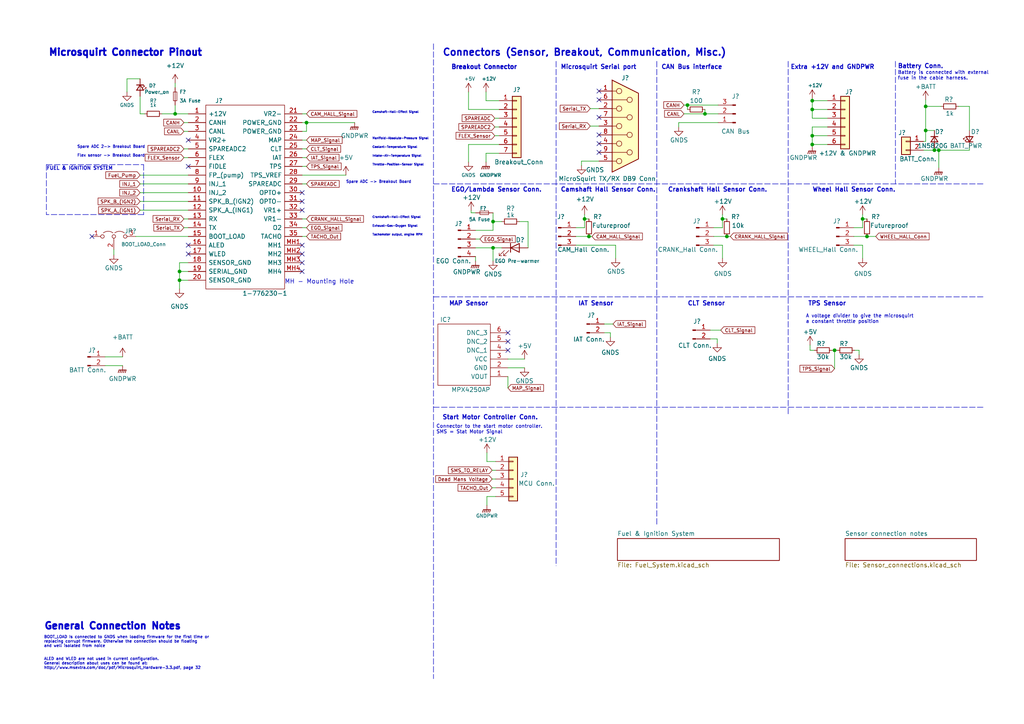
<source format=kicad_sch>
(kicad_sch (version 20211123) (generator eeschema)
  (paper "A4")
  (lib_symbols
    (symbol "Connector:Conn_01x02_Male" (pin_names (offset 1.016) hide)
      (property "Reference" "J" (at 0 2.54 0))
      (property "Value" "Conn_01x02_Male" (at 0 -5.08 0))
      (symbol "Conn_01x02_Male_1_1"
        (polyline (pts (xy 1.27 -2.54) (xy 0.8636 -2.54)) (stroke (width 0.1524)))
        (polyline (pts (xy 1.27 0) (xy 0.8636 0)) (stroke (width 0.1524)))
        (rectangle (start 0.8636 -2.413) (end 0 -2.667) (stroke (width 0.1524)) (fill (type outline)))
        (rectangle (start 0.8636 0.127) (end 0 -0.127) (stroke (width 0.1524)) (fill (type outline)))
        (pin passive line (at 5.08 0 180) (length 3.81) (name "Pin_1") (number "1"))
        (pin passive line (at 5.08 -2.54 180) (length 3.81) (name "Pin_2") (number "2"))
      )
    )
    (symbol "Connector:Conn_01x03_Male" (pin_names (offset 1.016) hide)
      (property "Reference" "J" (at 0 5.08 0))
      (property "Value" "Conn_01x03_Male" (at 0 -5.08 0))
      (symbol "Conn_01x03_Male_1_1"
        (polyline (pts (xy 1.27 -2.54) (xy 0.8636 -2.54)) (stroke (width 0.1524)))
        (polyline (pts (xy 1.27 0) (xy 0.8636 0)) (stroke (width 0.1524)))
        (polyline (pts (xy 1.27 2.54) (xy 0.8636 2.54)) (stroke (width 0.1524)))
        (rectangle (start 0.8636 -2.413) (end 0 -2.667) (stroke (width 0.1524)) (fill (type outline)))
        (rectangle (start 0.8636 0.127) (end 0 -0.127) (stroke (width 0.1524)) (fill (type outline)))
        (rectangle (start 0.8636 2.667) (end 0 2.413) (stroke (width 0.1524)) (fill (type outline)))
        (pin passive line (at 5.08 2.54 180) (length 3.81) (name "Pin_1") (number "1"))
        (pin passive line (at 5.08 0 180) (length 3.81) (name "Pin_2") (number "2"))
        (pin passive line (at 5.08 -2.54 180) (length 3.81) (name "Pin_3") (number "3"))
      )
    )
    (symbol "Connector:Conn_01x04_Male" (pin_names (offset 1.016) hide)
      (property "Reference" "J" (at 0 5.08 0))
      (property "Value" "Conn_01x04_Male" (at 0 -7.62 0))
      (symbol "Conn_01x04_Male_1_1"
        (polyline (pts (xy 1.27 -5.08) (xy 0.8636 -5.08)) (stroke (width 0.1524)))
        (polyline (pts (xy 1.27 -2.54) (xy 0.8636 -2.54)) (stroke (width 0.1524)))
        (polyline (pts (xy 1.27 0) (xy 0.8636 0)) (stroke (width 0.1524)))
        (polyline (pts (xy 1.27 2.54) (xy 0.8636 2.54)) (stroke (width 0.1524)))
        (rectangle (start 0.8636 -4.953) (end 0 -5.207) (stroke (width 0.1524)) (fill (type outline)))
        (rectangle (start 0.8636 -2.413) (end 0 -2.667) (stroke (width 0.1524)) (fill (type outline)))
        (rectangle (start 0.8636 0.127) (end 0 -0.127) (stroke (width 0.1524)) (fill (type outline)))
        (rectangle (start 0.8636 2.667) (end 0 2.413) (stroke (width 0.1524)) (fill (type outline)))
        (pin passive line (at 5.08 2.54 180) (length 3.81) (name "Pin_1") (number "1"))
        (pin passive line (at 5.08 0 180) (length 3.81) (name "Pin_2") (number "2"))
        (pin passive line (at 5.08 -2.54 180) (length 3.81) (name "Pin_3") (number "3"))
        (pin passive line (at 5.08 -5.08 180) (length 3.81) (name "Pin_4") (number "4"))
      )
    )
    (symbol "Connector:DB9_Female" (pin_names (offset 1.016) hide)
      (property "Reference" "J" (at 0 13.97 0))
      (property "Value" "DB9_Female" (at 0 -14.605 0))
      (symbol "DB9_Female_0_1"
        (circle (center -1.778 -10.16) (radius 0.762))
        (circle (center -1.778 -5.08) (radius 0.762))
        (circle (center -1.778 0) (radius 0.762))
        (circle (center -1.778 5.08) (radius 0.762))
        (circle (center -1.778 10.16) (radius 0.762))
        (polyline (pts (xy -3.81 -10.16) (xy -2.54 -10.16)))
        (polyline (pts (xy -3.81 -7.62) (xy 0.508 -7.62)))
        (polyline (pts (xy -3.81 -5.08) (xy -2.54 -5.08)))
        (polyline (pts (xy -3.81 -2.54) (xy 0.508 -2.54)))
        (polyline (pts (xy -3.81 0) (xy -2.54 0)))
        (polyline (pts (xy -3.81 2.54) (xy 0.508 2.54)))
        (polyline (pts (xy -3.81 5.08) (xy -2.54 5.08)))
        (polyline (pts (xy -3.81 7.62) (xy 0.508 7.62)))
        (polyline (pts (xy -3.81 10.16) (xy -2.54 10.16)))
        (polyline (pts (xy -3.81 13.335) (xy -3.81 -13.335) (xy 3.81 -9.525) (xy 3.81 9.525) (xy -3.81 13.335)) (stroke (width 0.254)) (fill (type background)))
        (circle (center 1.27 -7.62) (radius 0.762))
        (circle (center 1.27 -2.54) (radius 0.762))
        (circle (center 1.27 2.54) (radius 0.762))
        (circle (center 1.27 7.62) (radius 0.762))
      )
      (symbol "DB9_Female_1_1"
        (pin passive line (at -7.62 10.16 0) (length 3.81) (name "1") (number "1"))
        (pin passive line (at -7.62 5.08 0) (length 3.81) (name "2") (number "2"))
        (pin passive line (at -7.62 0 0) (length 3.81) (name "3") (number "3"))
        (pin passive line (at -7.62 -5.08 0) (length 3.81) (name "4") (number "4"))
        (pin passive line (at -7.62 -10.16 0) (length 3.81) (name "5") (number "5"))
        (pin passive line (at -7.62 7.62 0) (length 3.81) (name "6") (number "6"))
        (pin passive line (at -7.62 2.54 0) (length 3.81) (name "7") (number "7"))
        (pin passive line (at -7.62 -2.54 0) (length 3.81) (name "8") (number "8"))
        (pin passive line (at -7.62 -7.62 0) (length 3.81) (name "9") (number "9"))
      )
    )
    (symbol "Connector_Generic:Conn_01x02" (pin_names (offset 1.016) hide)
      (property "Reference" "J" (at 0 2.54 0))
      (property "Value" "Conn_01x02" (at 0 -5.08 0))
      (symbol "Conn_01x02_1_1"
        (rectangle (start -1.27 -2.413) (end 0 -2.667) (stroke (width 0.1524)))
        (rectangle (start -1.27 0.127) (end 0 -0.127) (stroke (width 0.1524)))
        (rectangle (start -1.27 1.27) (end 1.27 -3.81) (stroke (width 0.254)) (fill (type background)))
        (pin passive line (at -5.08 0 0) (length 3.81) (name "Pin_1") (number "1"))
        (pin passive line (at -5.08 -2.54 0) (length 3.81) (name "Pin_2") (number "2"))
      )
    )
    (symbol "Connector_Generic:Conn_01x05" (pin_names (offset 1.016) hide)
      (property "Reference" "J" (at 0 7.62 0))
      (property "Value" "Conn_01x05" (at 0 -7.62 0))
      (symbol "Conn_01x05_1_1"
        (rectangle (start -1.27 -4.953) (end 0 -5.207) (stroke (width 0.1524)))
        (rectangle (start -1.27 -2.413) (end 0 -2.667) (stroke (width 0.1524)))
        (rectangle (start -1.27 0.127) (end 0 -0.127) (stroke (width 0.1524)))
        (rectangle (start -1.27 2.667) (end 0 2.413) (stroke (width 0.1524)))
        (rectangle (start -1.27 5.207) (end 0 4.953) (stroke (width 0.1524)))
        (rectangle (start -1.27 6.35) (end 1.27 -6.35) (stroke (width 0.254)) (fill (type background)))
        (pin passive line (at -5.08 5.08 0) (length 3.81) (name "Pin_1") (number "1"))
        (pin passive line (at -5.08 2.54 0) (length 3.81) (name "Pin_2") (number "2"))
        (pin passive line (at -5.08 0 0) (length 3.81) (name "Pin_3") (number "3"))
        (pin passive line (at -5.08 -2.54 0) (length 3.81) (name "Pin_4") (number "4"))
        (pin passive line (at -5.08 -5.08 0) (length 3.81) (name "Pin_5") (number "5"))
      )
    )
    (symbol "Connector_Generic:Conn_01x06" (pin_names (offset 1.016) hide)
      (property "Reference" "J" (at 0 7.62 0))
      (property "Value" "Conn_01x06" (at 0 -10.16 0))
      (symbol "Conn_01x06_1_1"
        (rectangle (start -1.27 -7.493) (end 0 -7.747) (stroke (width 0.1524)))
        (rectangle (start -1.27 -4.953) (end 0 -5.207) (stroke (width 0.1524)))
        (rectangle (start -1.27 -2.413) (end 0 -2.667) (stroke (width 0.1524)))
        (rectangle (start -1.27 0.127) (end 0 -0.127) (stroke (width 0.1524)))
        (rectangle (start -1.27 2.667) (end 0 2.413) (stroke (width 0.1524)))
        (rectangle (start -1.27 5.207) (end 0 4.953) (stroke (width 0.1524)))
        (rectangle (start -1.27 6.35) (end 1.27 -8.89) (stroke (width 0.254)) (fill (type background)))
        (pin passive line (at -5.08 5.08 0) (length 3.81) (name "Pin_1") (number "1"))
        (pin passive line (at -5.08 2.54 0) (length 3.81) (name "Pin_2") (number "2"))
        (pin passive line (at -5.08 0 0) (length 3.81) (name "Pin_3") (number "3"))
        (pin passive line (at -5.08 -2.54 0) (length 3.81) (name "Pin_4") (number "4"))
        (pin passive line (at -5.08 -5.08 0) (length 3.81) (name "Pin_5") (number "5"))
        (pin passive line (at -5.08 -7.62 0) (length 3.81) (name "Pin_6") (number "6"))
      )
    )
    (symbol "Connector_Generic:Conn_01x07" (pin_names (offset 1.016) hide)
      (property "Reference" "J" (at 0 10.16 0))
      (property "Value" "Conn_01x07" (at 0 -10.16 0))
      (symbol "Conn_01x07_1_1"
        (rectangle (start -1.27 -7.493) (end 0 -7.747) (stroke (width 0.1524)))
        (rectangle (start -1.27 -4.953) (end 0 -5.207) (stroke (width 0.1524)))
        (rectangle (start -1.27 -2.413) (end 0 -2.667) (stroke (width 0.1524)))
        (rectangle (start -1.27 0.127) (end 0 -0.127) (stroke (width 0.1524)))
        (rectangle (start -1.27 2.667) (end 0 2.413) (stroke (width 0.1524)))
        (rectangle (start -1.27 5.207) (end 0 4.953) (stroke (width 0.1524)))
        (rectangle (start -1.27 7.747) (end 0 7.493) (stroke (width 0.1524)))
        (rectangle (start -1.27 8.89) (end 1.27 -8.89) (stroke (width 0.254)) (fill (type background)))
        (pin passive line (at -5.08 7.62 0) (length 3.81) (name "Pin_1") (number "1"))
        (pin passive line (at -5.08 5.08 0) (length 3.81) (name "Pin_2") (number "2"))
        (pin passive line (at -5.08 2.54 0) (length 3.81) (name "Pin_3") (number "3"))
        (pin passive line (at -5.08 0 0) (length 3.81) (name "Pin_4") (number "4"))
        (pin passive line (at -5.08 -2.54 0) (length 3.81) (name "Pin_5") (number "5"))
        (pin passive line (at -5.08 -5.08 0) (length 3.81) (name "Pin_6") (number "6"))
        (pin passive line (at -5.08 -7.62 0) (length 3.81) (name "Pin_7") (number "7"))
      )
    )
    (symbol "Device:D_Small" (pin_numbers hide) (pin_names (offset 0.254) hide)
      (property "Reference" "D" (at -1.27 2.032 0))
      (property "Value" "D_Small" (at -3.81 -2.032 0))
      (symbol "D_Small_0_1"
        (polyline (pts (xy -0.762 -1.016) (xy -0.762 1.016)) (stroke (width 0.254)))
        (polyline (pts (xy -0.762 0) (xy 0.762 0)))
        (polyline (pts (xy 0.762 -1.016) (xy -0.762 0) (xy 0.762 1.016) (xy 0.762 -1.016)) (stroke (width 0.254)))
      )
      (symbol "D_Small_1_1"
        (pin passive line (at -2.54 0 0) (length 1.778) (name "K") (number "1"))
        (pin passive line (at 2.54 0 180) (length 1.778) (name "A") (number "2"))
      )
    )
    (symbol "Device:Fuse_Small" (pin_numbers hide) (pin_names (offset 0.254) hide)
      (property "Reference" "F" (at 0 -1.524 0))
      (property "Value" "Fuse_Small" (at 0 1.524 0))
      (symbol "Fuse_Small_0_1"
        (rectangle (start -1.27 0.508) (end 1.27 -0.508))
        (polyline (pts (xy -1.27 0) (xy 1.27 0)))
      )
      (symbol "Fuse_Small_1_1"
        (pin passive line (at -2.54 0 0) (length 1.27) (name "~") (number "1"))
        (pin passive line (at 2.54 0 180) (length 1.27) (name "~") (number "2"))
      )
    )
    (symbol "Device:LED" (pin_numbers hide) (pin_names (offset 1.016) hide)
      (property "Reference" "D" (at 0 2.54 0))
      (property "Value" "LED" (at 0 -2.54 0))
      (symbol "LED_0_1"
        (polyline (pts (xy -1.27 -1.27) (xy -1.27 1.27)) (stroke (width 0.254)))
        (polyline (pts (xy -1.27 0) (xy 1.27 0)))
        (polyline (pts (xy 1.27 -1.27) (xy 1.27 1.27) (xy -1.27 0) (xy 1.27 -1.27)) (stroke (width 0.254)))
        (polyline (pts (xy -3.048 -0.762) (xy -4.572 -2.286) (xy -3.81 -2.286) (xy -4.572 -2.286) (xy -4.572 -1.524)))
        (polyline (pts (xy -1.778 -0.762) (xy -3.302 -2.286) (xy -2.54 -2.286) (xy -3.302 -2.286) (xy -3.302 -1.524)))
      )
      (symbol "LED_1_1"
        (pin passive line (at -3.81 0 0) (length 2.54) (name "K") (number "1"))
        (pin passive line (at 3.81 0 180) (length 2.54) (name "A") (number "2"))
      )
    )
    (symbol "Device:LED_Small" (pin_numbers hide) (pin_names (offset 0.254) hide)
      (property "Reference" "D" (at -1.27 3.175 0))
      (property "Value" "LED_Small" (at -4.445 -2.54 0))
      (symbol "LED_Small_0_1"
        (polyline (pts (xy -0.762 -1.016) (xy -0.762 1.016)) (stroke (width 0.254)))
        (polyline (pts (xy 1.016 0) (xy -0.762 0)))
        (polyline (pts (xy 0.762 -1.016) (xy -0.762 0) (xy 0.762 1.016) (xy 0.762 -1.016)) (stroke (width 0.254)))
        (polyline (pts (xy 0 0.762) (xy -0.508 1.27) (xy -0.254 1.27) (xy -0.508 1.27) (xy -0.508 1.016)))
        (polyline (pts (xy 0.508 1.27) (xy 0 1.778) (xy 0.254 1.778) (xy 0 1.778) (xy 0 1.524)))
      )
      (symbol "LED_Small_1_1"
        (pin passive line (at -2.54 0 0) (length 1.778) (name "K") (number "1"))
        (pin passive line (at 2.54 0 180) (length 1.778) (name "A") (number "2"))
      )
    )
    (symbol "Device:R_Small" (pin_numbers hide) (pin_names (offset 0.254) hide)
      (property "Reference" "R" (at 0.762 0.508 0))
      (property "Value" "R_Small" (at 0.762 -1.016 0))
      (symbol "R_Small_0_1"
        (rectangle (start -0.762 1.778) (end 0.762 -1.778) (stroke (width 0.2032)))
      )
      (symbol "R_Small_1_1"
        (pin passive line (at 0 2.54 270) (length 0.762) (name "~") (number "1"))
        (pin passive line (at 0 -2.54 90) (length 0.762) (name "~") (number "2"))
      )
    )
    (symbol "Jumper:Jumper_3_Open" (pin_names (offset 0) hide)
      (property "Reference" "JP" (at -2.54 -2.54 0))
      (property "Value" "Jumper_3_Open" (at 0 2.794 0))
      (symbol "Jumper_3_Open_0_0"
        (circle (center -3.302 0) (radius 0.508))
        (circle (center 0 0) (radius 0.508))
        (circle (center 3.302 0) (radius 0.508))
      )
      (symbol "Jumper_3_Open_0_1"
        (arc (start -0.254 1.016) (mid -1.651 1.4992) (end -3.048 1.016))
        (polyline (pts (xy 0 -0.508) (xy 0 -1.27)))
        (arc (start 3.048 1.016) (mid 1.651 1.4992) (end 0.254 1.016))
      )
      (symbol "Jumper_3_Open_1_1"
        (pin passive line (at -6.35 0 0) (length 2.54) (name "A") (number "1"))
        (pin passive line (at 0 -3.81 90) (length 2.54) (name "C") (number "2"))
        (pin passive line (at 6.35 0 180) (length 2.54) (name "B") (number "3"))
      )
    )
    (symbol "Vera ECU 2.0:1-776230-1" (pin_names (offset 0.762))
      (property "Reference" "J?" (at -7.62 25.4 0))
      (property "Value" "1-776230-1" (at 3.81 26.67 0))
      (symbol "1-776230-1_0_0"
        (pin passive line (at -16.51 21.59 0) (length 5.08) (name "+12V") (number "1"))
        (pin passive line (at -16.51 -1.27 0) (length 5.08) (name "INJ_2") (number "10"))
        (pin passive line (at -16.51 -3.81 0) (length 5.08) (name "SPK_B_(IGN2)") (number "11"))
        (pin passive line (at -16.51 -6.35 0) (length 5.08) (name "SPK_A_(ING1)") (number "12"))
        (pin passive line (at -16.51 -8.89 0) (length 5.08) (name "RX") (number "13"))
        (pin passive line (at -16.51 -11.43 0) (length 5.08) (name "TX") (number "14"))
        (pin passive line (at -16.51 -13.97 0) (length 5.08) (name "BOOT_LOAD") (number "15"))
        (pin passive line (at -16.51 -16.51 0) (length 5.08) (name "ALED") (number "16"))
        (pin passive line (at -16.51 -19.05 0) (length 5.08) (name "WLED") (number "17"))
        (pin passive line (at -16.51 -21.59 0) (length 5.08) (name "SENSOR_GND") (number "18"))
        (pin passive line (at -16.51 -24.13 0) (length 5.08) (name "SERIAL_GND") (number "19"))
        (pin passive line (at -16.51 19.05 0) (length 5.08) (name "CANH") (number "2"))
        (pin passive line (at -16.51 -26.67 0) (length 5.08) (name "SENSOR_GND") (number "20"))
        (pin passive line (at 16.51 21.59 180) (length 5.08) (name "VR2-") (number "21"))
        (pin passive line (at 16.51 19.05 180) (length 5.08) (name "POWER_GND") (number "22"))
        (pin passive line (at 16.51 16.51 180) (length 5.08) (name "POWER_GND") (number "23"))
        (pin passive line (at 16.51 13.97 180) (length 5.08) (name "MAP") (number "24"))
        (pin passive line (at 16.51 11.43 180) (length 5.08) (name "CLT") (number "25"))
        (pin passive line (at 16.51 8.89 180) (length 5.08) (name "IAT") (number "26"))
        (pin passive line (at 16.51 6.35 180) (length 5.08) (name "TPS") (number "27"))
        (pin passive line (at 16.51 3.81 180) (length 5.08) (name "TPS_VREF") (number "28"))
        (pin passive line (at 16.51 1.27 180) (length 5.08) (name "SPAREADC") (number "29"))
        (pin passive line (at -16.51 16.51 0) (length 5.08) (name "CANL") (number "3"))
        (pin passive line (at 16.51 -1.27 180) (length 5.08) (name "OPTO+") (number "30"))
        (pin passive line (at 16.51 -3.81 180) (length 5.08) (name "OPTO-") (number "31"))
        (pin passive line (at 16.51 -6.35 180) (length 5.08) (name "VR1+") (number "32"))
        (pin passive line (at 16.51 -8.89 180) (length 5.08) (name "VR1-") (number "33"))
        (pin passive line (at 16.51 -11.43 180) (length 5.08) (name "O2") (number "34"))
        (pin passive line (at 16.51 -13.97 180) (length 5.08) (name "TACHO") (number "35"))
        (pin passive line (at -16.51 13.97 0) (length 5.08) (name "VR2+") (number "4"))
        (pin passive line (at -16.51 11.43 0) (length 5.08) (name "SPAREADC2") (number "5"))
        (pin passive line (at -16.51 8.89 0) (length 5.08) (name "FLEX") (number "6"))
        (pin passive line (at -16.51 6.35 0) (length 5.08) (name "FIDLE") (number "7"))
        (pin passive line (at -16.51 3.81 0) (length 5.08) (name "FP_(pump)") (number "8"))
        (pin passive line (at -16.51 1.27 0) (length 5.08) (name "INJ_1") (number "9"))
        (pin passive line (at 16.51 -16.51 180) (length 5.08) (name "MH1") (number "MH1"))
        (pin passive line (at 16.51 -19.05 180) (length 5.08) (name "MH2") (number "MH2"))
        (pin passive line (at 16.51 -21.59 180) (length 5.08) (name "MH3") (number "MH3"))
        (pin passive line (at 16.51 -24.13 180) (length 5.08) (name "MH4") (number "MH4"))
      )
      (symbol "1-776230-1_0_1"
        (polyline (pts (xy -11.43 24.13) (xy 11.43 24.13) (xy 11.43 -29.21) (xy -11.43 -29.21) (xy -11.43 24.13)) (stroke (width 0.1524)))
      )
    )
    (symbol "Vera ECU 2.0:MPX4250AP" (pin_names (offset 0.762))
      (property "Reference" "IC" (at 21.59 7.62 0))
      (property "Value" "MPX4250AP" (at 21.59 5.08 0))
      (symbol "MPX4250AP_0_0"
        (pin passive line (at 0 0 0) (length 5.08) (name "VOUT") (number "1"))
        (pin passive line (at 0 -2.54 0) (length 5.08) (name "GND") (number "2"))
        (pin passive line (at 0 -5.08 0) (length 5.08) (name "VCC") (number "3"))
        (pin passive line (at 0 -7.62 0) (length 5.08) (name "DNC_1") (number "4"))
        (pin passive line (at 0 -10.16 0) (length 5.08) (name "DNC_2") (number "5"))
        (pin passive line (at 0 -12.7 0) (length 5.08) (name "DNC_3") (number "6"))
      )
      (symbol "MPX4250AP_0_1"
        (polyline (pts (xy 5.08 2.54) (xy 20.32 2.54) (xy 20.32 -15.24) (xy 5.08 -15.24) (xy 5.08 2.54)) (stroke (width 0.1524)))
      )
    )
    (symbol "power:+12V" (power) (pin_names (offset 0))
      (property "Value" "+12V" (at 0 3.556 0))
      (symbol "+12V_0_1"
        (polyline (pts (xy -0.762 1.27) (xy 0 2.54)))
        (polyline (pts (xy 0 0) (xy 0 2.54)))
        (polyline (pts (xy 0 2.54) (xy 0.762 1.27)))
      )
      (symbol "+12V_1_1"
        (pin power_in line (at 0 0 90) (length 0) hide (name "+12V") (number "1"))
      )
    )
    (symbol "power:+5V" (power) (pin_names (offset 0))
      (property "Value" "+5V" (at 0 3.556 0))
      (symbol "+5V_0_1"
        (polyline (pts (xy -0.762 1.27) (xy 0 2.54)))
        (polyline (pts (xy 0 0) (xy 0 2.54)))
        (polyline (pts (xy 0 2.54) (xy 0.762 1.27)))
      )
      (symbol "+5V_1_1"
        (pin power_in line (at 0 0 90) (length 0) hide (name "+5V") (number "1"))
      )
    )
    (symbol "power:+BATT" (power) (pin_names (offset 0))
      (property "Value" "+BATT" (at 0 3.556 0))
      (symbol "+BATT_0_1"
        (polyline (pts (xy -0.762 1.27) (xy 0 2.54)))
        (polyline (pts (xy 0 0) (xy 0 2.54)))
        (polyline (pts (xy 0 2.54) (xy 0.762 1.27)))
      )
      (symbol "+BATT_1_1"
        (pin power_in line (at 0 0 90) (length 0) hide (name "+BATT") (number "1"))
      )
    )
    (symbol "power:GNDPWR" (power) (pin_names (offset 0))
      (property "Value" "GNDPWR" (at 0 -3.302 0))
      (symbol "GNDPWR_0_1"
        (polyline (pts (xy 0 -1.27) (xy 0 0)))
        (polyline (pts (xy -1.016 -1.27) (xy -1.27 -2.032) (xy -1.27 -2.032)) (stroke (width 0.2032)))
        (polyline (pts (xy -0.508 -1.27) (xy -0.762 -2.032) (xy -0.762 -2.032)) (stroke (width 0.2032)))
        (polyline (pts (xy 0 -1.27) (xy -0.254 -2.032) (xy -0.254 -2.032)) (stroke (width 0.2032)))
        (polyline (pts (xy 0.508 -1.27) (xy 0.254 -2.032) (xy 0.254 -2.032)) (stroke (width 0.2032)))
        (polyline (pts (xy 1.016 -1.27) (xy -1.016 -1.27) (xy -1.016 -1.27)) (stroke (width 0.2032)))
        (polyline (pts (xy 1.016 -1.27) (xy 0.762 -2.032) (xy 0.762 -2.032) (xy 0.762 -2.032)) (stroke (width 0.2032)))
      )
      (symbol "GNDPWR_1_1"
        (pin power_in line (at 0 0 270) (length 0) hide (name "GNDPWR") (number "1"))
      )
    )
    (symbol "power:GNDS" (power) (pin_names (offset 0))
      (property "Value" "GNDS" (at 0 -3.81 0))
      (symbol "GNDS_0_1"
        (polyline (pts (xy 0 0) (xy 0 -1.27) (xy 1.27 -1.27) (xy 0 -2.54) (xy -1.27 -1.27) (xy 0 -1.27)))
      )
      (symbol "GNDS_1_1"
        (pin power_in line (at 0 0 270) (length 0) hide (name "GNDS") (number "1"))
      )
    )
  )
  (junction (at 250.19 63.5))
  (junction (at 268.478 30.861))
  (junction (at 143.002 71.882))
  (junction (at 199.39 30.48))
  (junction (at 52.07 81.28))
  (junction (at 272.288 43.561))
  (junction (at 242.062 101.6))
  (junction (at 170.815 68.58))
  (junction (at 143.002 64.262))
  (junction (at 88.9 35.56))
  (junction (at 251.46 68.58))
  (junction (at 210.82 68.58))
  (junction (at 169.545 63.5))
  (junction (at 209.55 63.5))
  (junction (at 268.478 37.846))
  (junction (at 235.585 41.91))
  (junction (at 50.8 33.02))
  (junction (at 52.07 78.74))
  (junction (at 235.585 39.37))
  (junction (at 271.018 43.561))
  (junction (at 235.585 31.75))
  (junction (at 235.585 29.21))
  (junction (at 204.47 33.02))
  (no_connect (at 87.63 55.88))
  (no_connect (at 26.67 68.58))
  (no_connect (at 54.61 71.12))
  (no_connect (at 147.32 101.6))
  (no_connect (at 87.63 58.42))
  (no_connect (at 87.63 78.74))
  (no_connect (at 173.736 39.116))
  (no_connect (at 147.32 99.06))
  (no_connect (at 54.61 40.64))
  (no_connect (at 173.736 41.656))
  (no_connect (at 173.736 26.416))
  (no_connect (at 87.63 73.66))
  (no_connect (at 173.736 28.956))
  (no_connect (at 87.63 60.96))
  (no_connect (at 87.63 71.12))
  (no_connect (at 147.32 96.52))
  (no_connect (at 54.61 48.26))
  (no_connect (at 54.61 73.66))
  (no_connect (at 173.736 34.036))
  (no_connect (at 173.736 44.196))
  (no_connect (at 87.63 76.2))
  (wire (pts (xy 208.28 30.48) (xy 199.39 30.48)))
  (wire (pts (xy 87.63 40.64) (xy 88.9 40.64)))
  (wire (pts (xy 168.656 46.736) (xy 168.656 48.006)))
  (wire (pts (xy 143.002 66.802) (xy 137.922 66.802)))
  (wire (pts (xy 153.162 71.882) (xy 153.162 64.262)))
  (wire (pts (xy 87.63 66.04) (xy 88.9 66.04)))
  (wire (pts (xy 53.34 45.72) (xy 54.61 45.72)))
  (wire (pts (xy 208.28 33.02) (xy 204.47 33.02)))
  (wire (pts (xy 268.478 28.956) (xy 268.478 30.861)))
  (wire (pts (xy 40.64 60.96) (xy 54.61 60.96)))
  (wire (pts (xy 242.062 101.6) (xy 242.062 106.934)))
  (wire (pts (xy 171.704 68.58) (xy 170.815 68.58)))
  (wire (pts (xy 173.736 31.496) (xy 171.196 31.496)))
  (wire (pts (xy 169.545 66.04) (xy 169.545 63.5)))
  (wire (pts (xy 205.994 95.758) (xy 209.042 95.758)))
  (wire (pts (xy 40.64 55.88) (xy 54.61 55.88)))
  (wire (pts (xy 235.585 31.75) (xy 240.03 31.75)))
  (wire (pts (xy 135.89 41.91) (xy 144.78 41.91)))
  (wire (pts (xy 240.03 36.83) (xy 235.585 36.83)))
  (polyline (pts (xy 125.73 86.106) (xy 285.115 86.106)))
  (polyline (pts (xy 190.5 17.78) (xy 190.5 152.4)))
  (wire (pts (xy 40.64 53.34) (xy 54.61 53.34)))
  (wire (pts (xy 173.736 36.576) (xy 171.196 36.576)))
  (wire (pts (xy 142.748 141.478) (xy 143.764 141.478)))
  (wire (pts (xy 145.542 71.882) (xy 143.002 71.882)))
  (wire (pts (xy 87.63 38.1) (xy 88.9 38.1)))
  (wire (pts (xy 142.748 138.938) (xy 143.764 138.938)))
  (wire (pts (xy 247.65 66.04) (xy 250.19 66.04)))
  (wire (pts (xy 268.478 30.861) (xy 272.923 30.861)))
  (wire (pts (xy 87.63 50.8) (xy 100.33 50.8)))
  (wire (pts (xy 52.07 81.28) (xy 52.07 78.74)))
  (wire (pts (xy 54.61 33.02) (xy 50.8 33.02)))
  (wire (pts (xy 147.32 109.22) (xy 147.32 112.522)))
  (wire (pts (xy 235.585 36.83) (xy 235.585 39.37)))
  (wire (pts (xy 268.478 37.846) (xy 268.478 41.021)))
  (wire (pts (xy 169.545 63.5) (xy 169.545 62.23)))
  (polyline (pts (xy 125.73 12.7) (xy 125.73 196.85)))
  (wire (pts (xy 235.585 29.21) (xy 235.585 31.75)))
  (wire (pts (xy 235.585 28.575) (xy 235.585 29.21)))
  (polyline (pts (xy 41.656 47.752) (xy 41.656 62.23)))
  (wire (pts (xy 251.46 68.58) (xy 254 68.58)))
  (wire (pts (xy 88.9 35.56) (xy 88.9 38.1)))
  (wire (pts (xy 52.07 78.74) (xy 54.61 78.74)))
  (wire (pts (xy 250.19 63.5) (xy 251.46 63.5)))
  (wire (pts (xy 167.005 71.12) (xy 178.562 71.12)))
  (wire (pts (xy 145.542 64.262) (xy 143.002 64.262)))
  (wire (pts (xy 140.97 46.99) (xy 140.97 44.45)))
  (polyline (pts (xy 161.29 17.78) (xy 161.29 164.084)))
  (wire (pts (xy 207.01 71.12) (xy 209.55 71.12)))
  (wire (pts (xy 272.288 43.561) (xy 272.288 48.641)))
  (wire (pts (xy 177.038 96.52) (xy 175.26 96.52)))
  (wire (pts (xy 50.8 33.02) (xy 50.8 30.48)))
  (wire (pts (xy 140.97 29.21) (xy 144.78 29.21)))
  (wire (pts (xy 87.63 45.72) (xy 88.9 45.72)))
  (wire (pts (xy 268.478 41.021) (xy 267.843 41.021)))
  (wire (pts (xy 210.82 68.58) (xy 207.01 68.58)))
  (polyline (pts (xy 125.73 53.34) (xy 285.115 53.34)))
  (wire (pts (xy 50.8 24.13) (xy 50.8 25.4)))
  (wire (pts (xy 268.478 30.861) (xy 268.478 37.846)))
  (wire (pts (xy 87.63 43.18) (xy 88.9 43.18)))
  (wire (pts (xy 207.01 66.04) (xy 209.55 66.04)))
  (wire (pts (xy 143.002 64.262) (xy 143.002 66.802)))
  (wire (pts (xy 175.26 93.98) (xy 177.8 93.98)))
  (wire (pts (xy 143.002 75.692) (xy 143.002 71.882)))
  (wire (pts (xy 87.63 53.34) (xy 88.9 53.34)))
  (wire (pts (xy 204.47 33.02) (xy 198.374 33.02)))
  (wire (pts (xy 167.005 66.04) (xy 169.545 66.04)))
  (wire (pts (xy 33.02 72.39) (xy 33.02 73.914)))
  (wire (pts (xy 170.815 68.58) (xy 167.005 68.58)))
  (wire (pts (xy 247.65 68.58) (xy 251.46 68.58)))
  (wire (pts (xy 250.19 63.5) (xy 250.19 66.04)))
  (wire (pts (xy 235.585 34.29) (xy 240.03 34.29)))
  (wire (pts (xy 135.89 31.75) (xy 135.89 26.67)))
  (wire (pts (xy 242.062 101.6) (xy 242.824 101.6)))
  (wire (pts (xy 87.63 33.02) (xy 88.9 33.02)))
  (wire (pts (xy 241.3 101.6) (xy 242.062 101.6)))
  (wire (pts (xy 281.178 42.926) (xy 281.178 43.561)))
  (wire (pts (xy 142.748 136.398) (xy 143.764 136.398)))
  (wire (pts (xy 143.002 71.882) (xy 137.922 71.882)))
  (wire (pts (xy 144.78 34.29) (xy 143.51 34.29)))
  (wire (pts (xy 52.07 76.2) (xy 54.61 76.2)))
  (wire (pts (xy 271.018 42.926) (xy 271.018 43.561)))
  (wire (pts (xy 199.39 30.48) (xy 198.374 30.48)))
  (wire (pts (xy 30.48 106.045) (xy 35.56 106.045)))
  (polyline (pts (xy 228.6 17.78) (xy 228.6 120.142)))
  (wire (pts (xy 87.63 48.26) (xy 88.9 48.26)))
  (wire (pts (xy 141.224 133.858) (xy 141.224 131.318)))
  (wire (pts (xy 235.585 29.21) (xy 240.03 29.21)))
  (wire (pts (xy 88.9 35.56) (xy 102.87 35.56)))
  (wire (pts (xy 87.63 68.58) (xy 88.9 68.58)))
  (wire (pts (xy 235.585 42.545) (xy 235.585 41.91)))
  (wire (pts (xy 204.47 33.02) (xy 204.47 31.75)))
  (wire (pts (xy 53.34 66.04) (xy 54.61 66.04)))
  (wire (pts (xy 52.07 81.28) (xy 54.61 81.28)))
  (wire (pts (xy 140.97 44.45) (xy 144.78 44.45)))
  (wire (pts (xy 209.55 63.5) (xy 209.55 62.23)))
  (wire (pts (xy 52.07 83.82) (xy 52.07 81.28)))
  (wire (pts (xy 53.34 35.56) (xy 54.61 35.56)))
  (polyline (pts (xy 125.73 118.11) (xy 285.115 118.11)))
  (wire (pts (xy 247.65 71.12) (xy 250.19 71.12)))
  (wire (pts (xy 249.174 102.87) (xy 249.174 101.6)))
  (wire (pts (xy 46.99 33.02) (xy 50.8 33.02)))
  (wire (pts (xy 144.78 36.83) (xy 143.51 36.83)))
  (wire (pts (xy 87.63 63.5) (xy 88.9 63.5)))
  (wire (pts (xy 199.39 31.75) (xy 199.39 30.48)))
  (wire (pts (xy 209.55 71.12) (xy 209.55 74.93)))
  (wire (pts (xy 271.018 43.561) (xy 272.288 43.561)))
  (wire (pts (xy 178.562 74.93) (xy 178.562 71.12)))
  (wire (pts (xy 150.622 64.262) (xy 153.162 64.262)))
  (wire (pts (xy 281.178 30.861) (xy 281.178 37.846)))
  (wire (pts (xy 135.89 46.99) (xy 135.89 41.91)))
  (wire (pts (xy 30.48 103.505) (xy 35.56 103.505)))
  (wire (pts (xy 147.32 106.68) (xy 152.146 106.68)))
  (wire (pts (xy 268.478 37.846) (xy 271.018 37.846)))
  (wire (pts (xy 52.07 78.74) (xy 52.07 76.2)))
  (polyline (pts (xy 13.462 47.752) (xy 13.462 62.23)))
  (wire (pts (xy 235.585 39.37) (xy 240.03 39.37)))
  (wire (pts (xy 144.78 39.37) (xy 143.51 39.37)))
  (wire (pts (xy 173.736 46.736) (xy 168.656 46.736)))
  (wire (pts (xy 141.224 146.558) (xy 141.224 144.018)))
  (wire (pts (xy 208.28 35.56) (xy 196.85 35.56)))
  (wire (pts (xy 209.55 63.5) (xy 210.82 63.5)))
  (wire (pts (xy 249.174 101.6) (xy 247.904 101.6)))
  (wire (pts (xy 143.002 61.722) (xy 143.002 64.262)))
  (polyline (pts (xy 41.656 62.23) (xy 13.462 62.23)))
  (wire (pts (xy 40.64 33.02) (xy 41.91 33.02)))
  (wire (pts (xy 208.026 98.298) (xy 205.994 98.298)))
  (wire (pts (xy 209.55 66.04) (xy 209.55 63.5)))
  (wire (pts (xy 144.78 31.75) (xy 135.89 31.75)))
  (wire (pts (xy 177.038 97.79) (xy 177.038 96.52)))
  (wire (pts (xy 87.63 35.56) (xy 88.9 35.56)))
  (wire (pts (xy 40.64 50.8) (xy 54.61 50.8)))
  (wire (pts (xy 39.37 68.58) (xy 54.61 68.58)))
  (wire (pts (xy 236.22 101.6) (xy 234.95 101.6)))
  (wire (pts (xy 278.003 30.861) (xy 281.178 30.861)))
  (wire (pts (xy 53.34 63.5) (xy 54.61 63.5)))
  (wire (pts (xy 137.922 74.422) (xy 137.922 75.692)))
  (wire (pts (xy 141.224 144.018) (xy 143.764 144.018)))
  (wire (pts (xy 139.192 69.342) (xy 137.922 69.342)))
  (wire (pts (xy 235.585 31.75) (xy 235.585 34.29)))
  (wire (pts (xy 211.836 68.58) (xy 210.82 68.58)))
  (wire (pts (xy 140.97 26.67) (xy 140.97 29.21)))
  (wire (pts (xy 40.64 58.42) (xy 54.61 58.42)))
  (wire (pts (xy 143.764 133.858) (xy 141.224 133.858)))
  (wire (pts (xy 36.83 22.86) (xy 40.64 22.86)))
  (wire (pts (xy 169.545 63.5) (xy 170.815 63.5)))
  (wire (pts (xy 147.32 104.14) (xy 152.146 104.14)))
  (polyline (pts (xy 13.462 47.752) (xy 41.656 47.752)))
  (wire (pts (xy 136.652 61.722) (xy 137.922 61.722)))
  (wire (pts (xy 235.585 39.37) (xy 235.585 41.91)))
  (wire (pts (xy 40.64 27.94) (xy 40.64 33.02)))
  (wire (pts (xy 208.026 99.568) (xy 208.026 98.298)))
  (wire (pts (xy 281.178 43.561) (xy 272.288 43.561)))
  (wire (pts (xy 36.83 26.67) (xy 36.83 22.86)))
  (wire (pts (xy 250.19 62.23) (xy 250.19 63.5)))
  (polyline (pts (xy 259.715 17.78) (xy 259.715 53.34)))
  (wire (pts (xy 53.34 43.18) (xy 54.61 43.18)))
  (wire (pts (xy 267.843 43.561) (xy 271.018 43.561)))
  (wire (pts (xy 136.652 61.087) (xy 136.652 61.722)))
  (wire (pts (xy 196.85 35.56) (xy 196.85 36.83)))
  (wire (pts (xy 234.95 101.6) (xy 234.95 100.076)))
  (wire (pts (xy 250.19 71.12) (xy 250.19 74.93)))
  (wire (pts (xy 235.585 41.91) (xy 240.03 41.91)))
  (wire (pts (xy 53.34 38.1) (xy 54.61 38.1)))
  (text "MAP Sensor" (at 130.175 88.9 0) (effects (font (size 1.27 1.27) bold) (justify left bottom)))
  (text "Camshaft Hall Sensor Conn." (at 162.56 55.88 0) (effects (font (size 1.27 1.27) bold) (justify left bottom)))
  (text "TPS Sensor" (at 234.315 88.9 0) (effects (font (size 1.27 1.27) bold) (justify left bottom)))
  (text "Start Motor Controller Conn." (at 128.27 121.92 0) (effects (font (size 1.27 1.27) bold) (justify left bottom)))
  (text "Throttle-Position-Sensor Signal" (at 107.95 48.26 0) (effects (font (size 0.6 0.6)) (justify left bottom)))
  (text "Breakout Connector" (at 130.81 20.32 0) (effects (font (size 1.27 1.27) (thickness 0.3) bold) (justify left bottom)))
  (text "A voltage divider to give the microsquirt\na constant throttle position" (at 233.68 93.98 0) (effects (font (size 1 1)) (justify left bottom)))
  (text "Microsquirt Serial port" (at 162.56 20.32 0) (effects (font (size 1.27 1.27) bold) (justify left bottom)))
  (text "FUEL & IGNITION SYSTEM" (at 13.462 49.53 0) (effects (font (size 1 1) (thickness 0.2) bold) (justify left bottom)))
  (text "Battery is connected with external\nfuse in the cable harness." (at 260.35 23.368 0) (effects (font (size 1 1)) (justify left bottom)))
  (text "Spare ADC -> Breakout Board" (at 100.33 53.34 0) (effects (font (size 0.8 0.8)) (justify left bottom)))
  (text "Flex sensor -> Breakout Board" (at 22.352 45.72 0) (effects (font (size 0.8 0.8)) (justify left bottom)))
  (text "General Connection Notes" (at 12.7 182.88 0) (effects (font (size 2 2) (thickness 0.64) bold) (justify left bottom)))
  (text "Extra +12V and GNDPWR" (at 229.235 20.32 0) (effects (font (size 1.27 1.27) bold) (justify left bottom)))
  (text "CLT Sensor" (at 199.39 88.9 0) (effects (font (size 1.27 1.27) bold) (justify left bottom)))
  (text "Camshaft-Hall-Effect Signal\n" (at 107.95 33.02 0) (effects (font (size 0.6 0.6)) (justify left bottom)))
  (text "Battery Conn." (at 260.35 20.066 0) (effects (font (size 1.27 1.27) bold) (justify left bottom)))
  (text "Spare ADC 2-> Breakout Board" (at 22.352 43.18 0) (effects (font (size 0.8 0.8)) (justify left bottom)))
  (text "Wheel Hall Sensor Conn." (at 235.585 55.88 0) (effects (font (size 1.27 1.27) bold) (justify left bottom)))
  (text "Exhaust-Gas-Oxygen Signal" (at 107.95 66.04 0) (effects (font (size 0.6 0.6)) (justify left bottom)))
  (text "BOOT_LOAD Is connected to GNDS when loading firmware for the first time or \nreplacing corrupt firmware. Otherwise the connection should be floating \nand well isolated from noice" (at 12.7 187.96 0) (effects (font (size 0.8 0.8)) (justify left bottom)))
  (text "Tachometer output, engine RPM" (at 107.95 68.58 0) (effects (font (size 0.6 0.6)) (justify left bottom)))
  (text "Connectors (Sensor, Breakout, Communication, Misc.)" (at 128.27 16.51 0) (effects (font (size 2 2) bold) (justify left bottom)))
  (text "Microsquirt Connector Pinout" (at 13.97 16.51 0) (effects (font (size 2 2) (thickness 0.6) bold) (justify left bottom)))
  (text "Crankshaft Hall Sensor Conn." (at 193.675 55.88 0) (effects (font (size 1.27 1.27) bold) (justify left bottom)))
  (text "Crankshaft-Hall-Effect Signal" (at 107.95 63.5 0) (effects (font (size 0.6 0.6)) (justify left bottom)))
  (text "Coolant-Temperature Signal" (at 107.95 43.18 0) (effects (font (size 0.6 0.6)) (justify left bottom)))
  (text "Connector to the start motor controller.\nSMS = Stat Motor Signal\n" (at 126.492 125.984 0) (effects (font (size 1 1)) (justify left bottom)))
  (text "ALED and WLED are not used in current configuration.\nGeneral description about uses can be found at:\nhttp://www.msextra.com/doc/pdf/Microsquirt_Hardware-3.3.pdf, page 32\n" (at 12.7 194.31 0) (effects (font (size 0.8 0.8)) (justify left bottom)))
  (text "CAN Bus interface" (at 191.77 20.32 0) (effects (font (size 1.27 1.27) bold) (justify left bottom)))
  (text "Manifold-Absolute-Pressure Signal" (at 107.95 40.64 0) (effects (font (size 0.6 0.6)) (justify left bottom)))
  (text "Intake-Air-Temperature Signal" (at 107.95 45.72 0) (effects (font (size 0.6 0.6)) (justify left bottom)))
  (text "EGO/Lambda Sensor Conn." (at 130.81 55.88 0) (effects (font (size 1.27 1.27) bold) (justify left bottom)))
  (text "IAT Sensor" (at 167.64 88.9 0) (effects (font (size 1.27 1.27) bold) (justify left bottom)))
  (text "MH - Mounting Hole" (at 82.55 82.55 0) (effects (font (size 1.27 1.27)) (justify left bottom)))
  (global_label "WHEEL_HALL_Conn" (shape input) (at 254 68.58 0) (effects (font (size 1 1))) (property "Intersheet References" "${INTERSHEET_REFS}" (effects hide)))
  (global_label "SPAREADC2" (shape input) (at 143.51 36.83 180) (effects (font (size 1 1))) (property "Intersheet References" "${INTERSHEET_REFS}" (effects hide)))
  (global_label "CANL" (shape input) (at 198.374 33.02 180) (effects (font (size 1 1))) (property "Intersheet References" "${INTERSHEET_REFS}" (effects hide)))
  (global_label "FLEX_Sensor" (shape input) (at 143.51 39.37 180) (effects (font (size 1 1))) (property "Intersheet References" "${INTERSHEET_REFS}" (effects hide)))
  (global_label "Serial_TX" (shape input) (at 53.34 66.04 180) (effects (font (size 1 1))) (property "Intersheet References" "${INTERSHEET_REFS}" (effects hide)))
  (global_label "INJ_2" (shape input) (at 40.64 55.88 180) (effects (font (size 1 1))) (property "Intersheet References" "${INTERSHEET_REFS}" (effects hide)))
  (global_label "INJ_1" (shape input) (at 40.64 53.34 180) (effects (font (size 1 1))) (property "Intersheet References" "${INTERSHEET_REFS}" (effects hide)))
  (global_label "Fuel_Pump" (shape input) (at 40.64 50.8 180) (effects (font (size 1 1))) (property "Intersheet References" "${INTERSHEET_REFS}" (effects hide)))
  (global_label "Serial_RX" (shape input) (at 53.34 63.5 180) (effects (font (size 1 1))) (property "Intersheet References" "${INTERSHEET_REFS}" (effects hide)))
  (global_label "CRANK_HALL_Signal" (shape input) (at 211.836 68.58 0) (effects (font (size 1 1))) (property "Intersheet References" "${INTERSHEET_REFS}" (effects hide)))
  (global_label "CLT_Signal" (shape input) (at 88.9 43.18 0) (effects (font (size 1 1))) (property "Intersheet References" "${INTERSHEET_REFS}" (effects hide)))
  (global_label "FLEX_Sensor" (shape input) (at 53.34 45.72 180) (effects (font (size 1 1))) (property "Intersheet References" "${INTERSHEET_REFS}" (effects hide)))
  (global_label "SPAREADC" (shape input) (at 88.9 53.34 0) (effects (font (size 1 1))) (property "Intersheet References" "${INTERSHEET_REFS}" (effects hide)))
  (global_label "TPS_Signal" (shape input) (at 88.9 48.26 0) (effects (font (size 1 1))) (property "Intersheet References" "${INTERSHEET_REFS}" (effects hide)))
  (global_label "IAT_Signal" (shape input) (at 177.8 93.98 0) (effects (font (size 1 1))) (property "Intersheet References" "${INTERSHEET_REFS}" (effects hide)))
  (global_label "CANL" (shape input) (at 53.34 38.1 180) (effects (font (size 1 1))) (property "Intersheet References" "${INTERSHEET_REFS}" (effects hide)))
  (global_label "Serial_TX" (shape input) (at 171.196 31.496 180) (effects (font (size 1 1))) (property "Intersheet References" "${INTERSHEET_REFS}" (effects hide)))
  (global_label "TACHO_Out" (shape input) (at 142.748 141.478 180) (effects (font (size 1 1))) (property "Intersheet References" "${INTERSHEET_REFS}" (effects hide)))
  (global_label "SPK_B_(IGN2)" (shape input) (at 40.64 58.42 180) (effects (font (size 1 1))) (property "Intersheet References" "${INTERSHEET_REFS}" (effects hide)))
  (global_label "EGO_Signal" (shape input) (at 88.9 66.04 0) (effects (font (size 1 1))) (property "Intersheet References" "${INTERSHEET_REFS}" (effects hide)))
  (global_label "CLT_Signal" (shape input) (at 209.042 95.758 0) (effects (font (size 1 1))) (property "Intersheet References" "${INTERSHEET_REFS}" (effects hide)))
  (global_label "CAM_HALL_Signal" (shape input) (at 171.704 68.58 0) (effects (font (size 1 1))) (property "Intersheet References" "${INTERSHEET_REFS}" (effects hide)))
  (global_label "Dead Mans Voltage" (shape input) (at 142.748 138.938 180) (effects (font (size 1 1))) (property "Intersheet References" "${INTERSHEET_REFS}" (effects hide)))
  (global_label "EGO_Signal" (shape input) (at 139.192 69.342 0) (effects (font (size 1 1))) (property "Intersheet References" "${INTERSHEET_REFS}" (effects hide)))
  (global_label "SMS_TO_RELAY" (shape input) (at 142.748 136.398 180) (effects (font (size 1 1))) (property "Intersheet References" "${INTERSHEET_REFS}" (effects hide)))
  (global_label "MAP_Signal" (shape input) (at 88.9 40.64 0) (effects (font (size 1 1))) (property "Intersheet References" "${INTERSHEET_REFS}" (effects hide)))
  (global_label "CAM_HALL_Signal" (shape input) (at 88.9 33.02 0) (effects (font (size 1 1))) (property "Intersheet References" "${INTERSHEET_REFS}" (effects hide)))
  (global_label "IAT_Signal" (shape input) (at 88.9 45.72 0) (effects (font (size 1 1))) (property "Intersheet References" "${INTERSHEET_REFS}" (effects hide)))
  (global_label "SPAREADC2" (shape input) (at 53.34 43.18 180) (effects (font (size 1 1))) (property "Intersheet References" "${INTERSHEET_REFS}" (effects hide)))
  (global_label "MAP_Signal" (shape input) (at 147.32 112.522 0) (effects (font (size 1 1))) (property "Intersheet References" "${INTERSHEET_REFS}" (effects hide)))
  (global_label "TACHO_Out" (shape input) (at 88.9 68.58 0) (effects (font (size 1 1))) (property "Intersheet References" "${INTERSHEET_REFS}" (effects hide)))
  (global_label "Serial_RX" (shape input) (at 171.196 36.576 180) (effects (font (size 1 1))) (property "Intersheet References" "${INTERSHEET_REFS}" (effects hide)))
  (global_label "CANH" (shape input) (at 198.374 30.48 180) (effects (font (size 1 1))) (property "Intersheet References" "${INTERSHEET_REFS}" (effects hide)))
  (global_label "SPK_A_(IGN1)" (shape input) (at 40.64 60.96 180) (effects (font (size 1 1))) (property "Intersheet References" "${INTERSHEET_REFS}" (effects hide)))
  (global_label "TPS_Signal" (shape input) (at 242.062 106.934 180) (effects (font (size 1 1))) (property "Intersheet References" "${INTERSHEET_REFS}" (effects hide)))
  (global_label "CRANK_HALL_Signal" (shape input) (at 88.9 63.5 0) (effects (font (size 1 1))) (property "Intersheet References" "${INTERSHEET_REFS}" (effects hide)))
  (global_label "CANH" (shape input) (at 53.34 35.56 180) (effects (font (size 1 1))) (property "Intersheet References" "${INTERSHEET_REFS}" (effects hide)))
  (global_label "SPAREADC" (shape input) (at 143.51 34.29 180) (effects (font (size 1 1))) (property "Intersheet References" "${INTERSHEET_REFS}" (effects hide)))
  (symbol (lib_id "power:GNDS") (at 36.83 26.67 0) (unit 1)
    (property "Reference" "#PWR?" (effects hide))
    (property "Value" "GNDS" (at 36.83 30.48 0) (effects (font (size 1 1))))
  )
  (symbol (lib_id "power:GNDS") (at 249.174 102.87 0) (unit 1)
    (property "Reference" "#PWR?" (effects hide))
    (property "Value" "GNDS" (at 249.174 106.68 0))
  )
  (symbol (lib_id "Device:LED_Small") (at 281.178 40.386 90) (unit 1)
    (property "Reference" "D?" (at 281.559 38.227 90) (effects (justify right)))
    (property "Value" "BATT_PWR" (at 275.463 42.291 90) (effects (justify right)))
  )
  (symbol (lib_id "Connector_Generic:Conn_01x07") (at 149.86 36.83 0) (unit 1)
    (property "Reference" "J?" (at 149.86 26.035 0))
    (property "Value" "Breakout_Conn" (at 150.495 46.99 0))
  )
  (symbol (lib_id "Connector:Conn_01x03_Male") (at 161.925 68.58 0) (unit 1)
    (property "Reference" "J?" (at 163.83 62.865 0) (effects (justify right)))
    (property "Value" "CAM_Hall Conn." (at 176.784 72.39 0) (effects (justify right)))
  )
  (symbol (lib_id "Device:R_Small") (at 44.45 33.02 90) (unit 1)
    (property "Reference" "R?" (at 44.45 29.21 90) (effects (font (size 1 1))))
    (property "Value" "1k" (at 44.45 30.48 90) (effects (font (size 1 1))))
  )
  (symbol (lib_id "Device:R_Small") (at 148.082 64.262 270) (unit 1)
    (property "Reference" "R?" (at 148.082 60.452 90))
    (property "Value" "1k" (at 148.082 62.357 90))
  )
  (symbol (lib_id "power:GNDS") (at 250.19 74.93 0) (unit 1)
    (property "Reference" "#PWR?" (effects hide))
    (property "Value" "GNDS" (at 247.65 79.375 0) (effects (justify left)))
  )
  (symbol (lib_id "power:+12V") (at 169.545 62.23 0) (unit 1)
    (property "Reference" "#PWR?" (effects hide))
    (property "Value" "+12V" (at 167.005 57.785 0) (effects (justify left)))
  )
  (symbol (lib_id "Device:R_Small") (at 170.815 66.04 0) (unit 1)
    (property "Reference" "R?" (at 174.625 62.865 0) (effects (justify right)))
    (property "Value" "Futureproof" (at 182.88 65.405 0) (effects (justify right)))
  )
  (symbol (lib_id "Device:D_Small") (at 271.018 40.386 270) (unit 1)
    (property "Reference" "D?" (at 271.145 38.227 90) (effects (justify left)))
    (property "Value" "1N5820G" (at 266.065 42.291 90) (effects (justify left)))
  )
  (symbol (lib_id "Device:Fuse_Small") (at 50.8 27.94 90) (unit 1)
    (property "Reference" "F?" (at 52.07 26.6699 90) (effects (font (size 1 1)) (justify right)))
    (property "Value" "3A Fuse" (at 52.07 29.21 90) (effects (font (size 1 1)) (justify right)))
  )
  (symbol (lib_id "power:+12V") (at 136.652 61.087 0) (unit 1)
    (property "Reference" "#PWR?" (effects hide))
    (property "Value" "+12V" (at 134.112 57.277 0) (effects (justify left)))
  )
  (symbol (lib_id "power:+5V") (at 152.146 104.14 0) (unit 1)
    (property "Reference" "#PWR?" (effects hide))
    (property "Value" "+5V" (at 152.146 100.33 0))
  )
  (symbol (lib_id "Connector:Conn_01x03_Male") (at 213.36 33.02 180) (unit 1)
    (property "Reference" "J?" (at 213.36 27.94 0))
    (property "Value" "CAN Bus" (at 213.36 38.1 0))
  )
  (symbol (lib_id "power:GNDS") (at 177.038 97.79 0) (unit 1)
    (property "Reference" "#PWR?" (effects hide))
    (property "Value" "GNDS" (at 177.038 102.235 0))
  )
  (symbol (lib_id "Vera ECU 2.0:MPX4250AP") (at 147.32 109.22 180) (unit 1)
    (property "Reference" "IC?" (at 130.81 92.71 0) (effects (justify left)))
    (property "Value" "MPX4250AP" (at 142.24 113.03 0) (effects (justify left)))
    (property "Footprint" "MPX4250GP" (effects hide))
    (property "Datasheet" "http://www.nxp.com/docs/en/data-sheet/MPX4250A.pdf" (effects hide))
    (property "Description" "MPX4250AP, Absolute Pressure Sensor, 250kPa 0.2 V  4.9 V Output, 6-Pin" (effects hide))
    (property "Height" "29.34" (effects hide))
    (property "Manufacturer_Name" "NXP" (effects hide))
    (property "Manufacturer_Part_Number" "MPX4250AP" (effects hide))
    (property "Mouser Part Number" "841-MPX4250AP" (effects hide))
    (property "Mouser Price/Stock" "https://www.mouser.co.uk/ProductDetail/NXP-Semiconductors/MPX4250AP?qs=r8OyiFxb6Rev6%252BQxsx%2Fehw%3D%3D" (effects hide))
    (property "Arrow Part Number" "MPX4250AP" (effects hide))
    (property "Arrow Price/Stock" "https://www.arrow.com/en/products/mpx4250ap/nxp-semiconductors?region=nac" (effects hide))
  )
  (symbol (lib_id "Device:R_Small") (at 275.463 30.861 270) (unit 1)
    (property "Reference" "R?" (at 275.209 28.829 90))
    (property "Value" "1k" (at 275.463 32.893 90))
  )
  (symbol (lib_id "power:+BATT") (at 35.56 103.505 0) (unit 1)
    (property "Reference" "#PWR?" (effects hide))
    (property "Value" "+BATT" (at 35.56 97.79 0))
  )
  (symbol (lib_id "power:GNDS") (at 135.89 46.99 0) (unit 1)
    (property "Reference" "#PWR?" (effects hide))
    (property "Value" "GNDS" (at 135.89 50.8 0) (effects (font (size 1 1))))
  )
  (symbol (lib_id "power:GNDPWR") (at 140.97 46.99 0) (unit 1)
    (property "Reference" "#PWR?" (effects hide))
    (property "Value" "GNDPWR" (at 142.24 50.8 0) (effects (font (size 1 1))))
  )
  (symbol (lib_id "power:GNDPWR") (at 235.585 42.545 0) (unit 1)
    (property "Reference" "#PWR?" (effects hide))
    (property "Value" "GNDPWR" (at 233.045 45.72 0))
  )
  (symbol (lib_id "Device:LED_Small") (at 40.64 25.4 270) (unit 1)
    (property "Reference" "D?" (at 43.18 24.8284 90) (effects (font (size 1 1)) (justify left)))
    (property "Value" "Power_on" (at 41.91 26.67 90) (effects (font (size 1 1)) (justify left)))
  )
  (symbol (lib_id "power:+12V") (at 140.97 26.67 0) (unit 1)
    (property "Reference" "#PWR?" (effects hide))
    (property "Value" "+12V" (at 139.7 22.86 0) (effects (font (size 1 1)) (justify left)))
  )
  (symbol (lib_id "power:GNDPWR") (at 137.922 75.692 0) (unit 1)
    (property "Reference" "#PWR?" (effects hide))
    (property "Value" "GNDPWR" (at 135.382 78.867 0))
  )
  (symbol (lib_id "Device:R_Small") (at 210.82 66.04 0) (unit 1)
    (property "Reference" "R?" (at 214.63 62.865 0) (effects (justify right)))
    (property "Value" "10k" (at 215.9 65.405 0) (effects (justify right)))
  )
  (symbol (lib_id "power:GNDPWR") (at 272.288 48.641 0) (unit 1)
    (property "Reference" "#PWR?" (effects hide))
    (property "Value" "GNDPWR" (at 271.018 51.816 0))
  )
  (symbol (lib_id "power:GNDS") (at 168.656 48.006 0) (unit 1)
    (property "Reference" "#PWR?" (effects hide))
    (property "Value" "GNDS" (at 169.926 49.276 0) (effects (justify left)))
  )
  (symbol (lib_id "Jumper:Jumper_3_Open") (at 33.02 68.58 0) (unit 1)
    (property "Reference" "JP?" (at 37.846 67.056 0))
    (property "Value" "BOOT_LOAD_Conn" (at 41.656 70.866 0) (effects (font (size 1 1))))
  )
  (symbol (lib_id "power:+12V") (at 235.585 28.575 0) (unit 1)
    (property "Reference" "#PWR?" (effects hide))
    (property "Value" "+12V" (at 234.315 24.765 0) (effects (font (size 1 1)) (justify left)))
  )
  (symbol (lib_id "Device:Fuse_Small") (at 140.462 61.722 180) (unit 1)
    (property "Reference" "F?" (at 139.1919 60.452 0) (effects (font (size 1 1)) (justify right)))
    (property "Value" "5A Fuse" (at 136.017 63.627 0) (effects (font (size 1 1)) (justify right)))
  )
  (symbol (lib_id "power:GNDPWR") (at 102.87 35.56 0) (unit 1)
    (property "Reference" "#PWR?" (effects hide))
    (property "Value" "GNDPWR" (at 102.87 39.37 0))
  )
  (symbol (lib_id "Vera ECU 2.0:1-776230-1") (at 71.12 54.61 0) (unit 1)
    (property "Reference" "J?" (at 63.5 29.21 0))
    (property "Value" "1-776230-1" (at 76.835 85.09 0))
    (property "Footprint" "17762301" (effects hide))
    (property "Datasheet" "http://www.te.com/commerce/DocumentDelivery/DDEController?Action=srchrtrv&DocNm=776230&DocType=Customer+Drawing&DocLang=English" (effects hide))
    (property "Description" "Header Vertical 35 way Pin AmpSeal" (effects hide))
    (property "Height" "19.25" (effects hide))
    (property "Manufacturer_Name" "TE Connectivity" (effects hide))
    (property "Manufacturer_Part_Number" "1-776230-1" (effects hide))
    (property "Mouser Part Number" "571-1-776230-1" (effects hide))
    (property "Mouser Price/Stock" "https://www.mouser.co.uk/ProductDetail/TE-Connectivity-AMP/1-776230-1?qs=YqNA2qefETDWssulMqB2lQ%3D%3D" (effects hide))
    (property "Arrow Part Number" "1-776230-1" (effects hide))
    (property "Arrow Price/Stock" "https://www.arrow.com/en/products/1-776230-1/te-connectivity?region=nac" (effects hide))
  )
  (symbol (lib_id "Connector_Generic:Conn_01x02") (at 262.763 41.021 0) (mirror y) (unit 1)
    (property "Reference" "J?" (at 262.763 38.481 0) (effects (justify left)))
    (property "Value" "BATT_Conn." (at 271.653 46.101 0) (effects (justify left)))
  )
  (symbol (lib_id "Connector:Conn_01x03_Male") (at 242.57 68.58 0) (unit 1)
    (property "Reference" "J?" (at 243.84 64.135 0) (effects (justify right)))
    (property "Value" "WHEEL_Hall Conn." (at 248.92 72.39 0) (effects (justify right)))
  )
  (symbol (lib_id "Connector:Conn_01x02_Male") (at 200.914 95.758 0) (unit 1)
    (property "Reference" "J?" (at 202.184 93.218 0))
    (property "Value" "CLT Conn." (at 201.549 100.203 0))
  )
  (symbol (lib_id "power:GNDPWR") (at 141.224 146.558 0) (unit 1)
    (property "Reference" "#PWR?" (effects hide))
    (property "Value" "GNDPWR" (at 141.224 149.606 0) (effects (font (size 1 1))))
  )
  (symbol (lib_id "Device:LED") (at 149.352 71.882 0) (unit 1)
    (property "Reference" "D?" (at 150.876 69.596 0))
    (property "Value" "EGO Pre-warmer" (at 149.987 75.692 0) (effects (font (size 1 1))))
  )
  (symbol (lib_id "Connector:Conn_01x04_Male") (at 132.842 69.342 0) (unit 1)
    (property "Reference" "J?" (at 134.112 64.897 0) (effects (justify right)))
    (property "Value" "EGO Conn." (at 136.652 75.692 0) (effects (justify right)))
  )
  (symbol (lib_id "power:GNDS") (at 178.562 74.93 0) (unit 1)
    (property "Reference" "#PWR?" (effects hide))
    (property "Value" "GNDS" (at 176.022 78.74 0) (effects (justify left)))
  )
  (symbol (lib_id "Connector:Conn_01x02_Male") (at 25.4 103.505 0) (unit 1)
    (property "Reference" "J?" (at 26.67 101.6 0))
    (property "Value" "BATT Conn." (at 25.4 107.315 0))
  )
  (symbol (lib_id "power:GNDS") (at 143.002 75.692 0) (unit 1)
    (property "Reference" "#PWR?" (effects hide))
    (property "Value" "GNDS" (at 143.002 79.502 0))
  )
  (symbol (lib_id "Connector_Generic:Conn_01x06") (at 245.11 34.29 0) (unit 1)
    (property "Reference" "J?" (at 245.11 26.67 0) (effects (justify left)))
    (property "Value" "+12V & GNDPWR" (at 237.49 44.45 0) (effects (justify left)))
  )
  (symbol (lib_id "power:+BATT") (at 268.478 28.956 0) (unit 1)
    (property "Reference" "#PWR?" (effects hide))
    (property "Value" "+BATT" (at 268.478 25.146 0))
  )
  (symbol (lib_id "power:GNDS") (at 52.07 83.82 0) (unit 1)
    (property "Reference" "#PWR?" (effects hide))
    (property "Value" "GNDS" (at 52.07 88.9 0))
  )
  (symbol (lib_id "power:+5V") (at 234.95 100.076 0) (unit 1)
    (property "Reference" "#PWR?" (effects hide))
    (property "Value" "+5V" (at 234.95 96.266 0))
  )
  (symbol (lib_id "power:+5V") (at 135.89 26.67 0) (unit 1)
    (property "Reference" "#PWR?" (effects hide))
    (property "Value" "+5V" (at 134.62 22.86 0) (effects (font (size 1 1)) (justify left)))
  )
  (symbol (lib_id "power:GNDS") (at 33.02 73.914 0) (unit 1)
    (property "Reference" "#PWR?" (effects hide))
    (property "Value" "GNDS" (at 33.02 77.724 0))
  )
  (symbol (lib_id "power:+12V") (at 209.55 62.23 0) (unit 1)
    (property "Reference" "#PWR?" (effects hide))
    (property "Value" "+12V" (at 207.01 58.42 0) (effects (justify left)))
  )
  (symbol (lib_id "power:GNDS") (at 196.85 36.83 0) (unit 1)
    (property "Reference" "#PWR?" (effects hide))
    (property "Value" "GNDS" (at 194.31 40.64 0) (effects (justify left)))
  )
  (symbol (lib_id "Device:R_Small") (at 201.93 31.75 270) (unit 1)
    (property "Reference" "R?" (at 201.93 26.67 90))
    (property "Value" "100" (at 201.93 29.21 90))
  )
  (symbol (lib_id "power:GNDPWR") (at 35.56 106.045 0) (unit 1)
    (property "Reference" "#PWR?" (effects hide))
    (property "Value" "GNDPWR" (at 35.56 109.855 0))
  )
  (symbol (lib_id "power:+12V") (at 250.19 62.23 0) (unit 1)
    (property "Reference" "#PWR?" (effects hide))
    (property "Value" "+12V" (at 247.65 58.42 0) (effects (justify left)))
  )
  (symbol (lib_id "power:+12V") (at 141.224 131.318 0) (unit 1)
    (property "Reference" "#PWR?" (effects hide))
    (property "Value" "+12V" (at 138.684 127.508 0) (effects (justify left)))
  )
  (symbol (lib_id "Connector_Generic:Conn_01x05") (at 148.844 138.938 0) (unit 1)
    (property "Reference" "J?" (at 150.876 137.6679 0) (effects (justify left)))
    (property "Value" "MCU Conn." (at 150.368 140.208 0) (effects (justify left)))
  )
  (symbol (lib_id "Device:R_Small") (at 238.76 101.6 90) (unit 1)
    (property "Reference" "R?" (at 236.855 99.695 90) (effects (justify right)))
    (property "Value" "30k" (at 236.855 103.505 90) (effects (justify right)))
  )
  (symbol (lib_id "Connector:Conn_01x03_Male") (at 201.93 68.58 0) (unit 1)
    (property "Reference" "J?" (at 203.2 64.135 0) (effects (justify right)))
    (property "Value" "CRANK_Hall Conn." (at 208.28 72.39 0) (effects (justify right)))
  )
  (symbol (lib_id "power:+12V") (at 50.8 24.13 0) (unit 1)
    (property "Reference" "#PWR?" (effects hide))
    (property "Value" "+12V" (at 50.8 19.05 0))
  )
  (symbol (lib_id "Connector:Conn_01x02_Male") (at 170.18 93.98 0) (unit 1)
    (property "Reference" "J?" (at 171.45 91.44 0))
    (property "Value" "IAT Conn." (at 170.815 98.425 0))
  )
  (symbol (lib_id "power:+5V") (at 100.33 50.8 0) (unit 1)
    (property "Reference" "#PWR?" (effects hide))
    (property "Value" "+5V" (at 100.33 45.72 0))
  )
  (symbol (lib_id "power:GNDS") (at 209.55 74.93 0) (unit 1)
    (property "Reference" "#PWR?" (effects hide))
    (property "Value" "GNDS" (at 207.01 79.375 0) (effects (justify left)))
  )
  (symbol (lib_id "power:GNDS") (at 152.146 106.68 0) (unit 1)
    (property "Reference" "#PWR?" (effects hide))
    (property "Value" "GNDS" (at 152.146 110.49 0))
  )
  (symbol (lib_id "power:GNDS") (at 208.026 99.568 0) (unit 1)
    (property "Reference" "#PWR?" (effects hide))
    (property "Value" "GNDS" (at 208.026 104.013 0))
  )
  (symbol (lib_id "Connector:DB9_Female") (at 181.356 36.576 0) (unit 1)
    (property "Reference" "J?" (at 181.356 22.606 0))
    (property "Value" "MicroSquirt TX/RX DB9 Conn" (at 190.246 51.816 0) (effects (justify right)))
    (property "Datasheet" " ~" (effects hide))
  )
  (symbol (lib_id "Device:R_Small") (at 245.364 101.6 90) (unit 1)
    (property "Reference" "R?" (at 243.459 99.695 90) (effects (justify right)))
    (property "Value" "30k" (at 243.459 103.505 90) (effects (justify right)))
  )
  (symbol (lib_id "Device:R_Small") (at 251.46 66.04 0) (unit 1)
    (property "Reference" "R?" (at 255.27 62.865 0) (effects (justify right)))
    (property "Value" "Futureproof" (at 263.525 65.405 0) (effects (justify right)))
  )
  (sheet (at 179.07 156.21) (size 46.99 6.35) (stroke (width 0.1524))
    (property "Sheet name" "Fuel & Ignition System" (at 179.07 155.4984 0) (effects (justify left bottom)))
    (property "Sheet file" "Fuel_System.kicad_sch" (at 179.07 163.1446 0) (effects (justify left top)))
  )
  (sheet (at 245.11 156.21) (size 38.1 6.35) (stroke (width 0.1524))
    (property "Sheet name" "Sensor connection notes" (at 245.11 155.4984 0) (effects (justify left bottom)))
    (property "Sheet file" "Sensor_connections.kicad_sch" (at 245.11 163.1446 0) (effects (justify left top)))
  )
)
</source>
